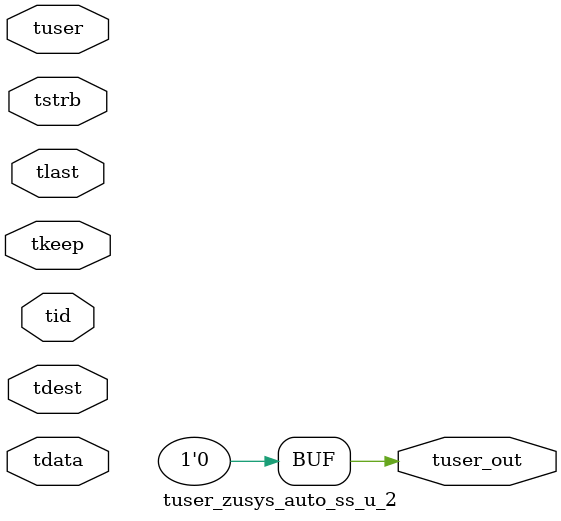
<source format=v>


`timescale 1ps/1ps

module tuser_zusys_auto_ss_u_2 #
(
parameter C_S_AXIS_TUSER_WIDTH = 1,
parameter C_S_AXIS_TDATA_WIDTH = 32,
parameter C_S_AXIS_TID_WIDTH   = 0,
parameter C_S_AXIS_TDEST_WIDTH = 0,
parameter C_M_AXIS_TUSER_WIDTH = 1
)
(
input  [(C_S_AXIS_TUSER_WIDTH == 0 ? 1 : C_S_AXIS_TUSER_WIDTH)-1:0     ] tuser,
input  [(C_S_AXIS_TDATA_WIDTH == 0 ? 1 : C_S_AXIS_TDATA_WIDTH)-1:0     ] tdata,
input  [(C_S_AXIS_TID_WIDTH   == 0 ? 1 : C_S_AXIS_TID_WIDTH)-1:0       ] tid,
input  [(C_S_AXIS_TDEST_WIDTH == 0 ? 1 : C_S_AXIS_TDEST_WIDTH)-1:0     ] tdest,
input  [(C_S_AXIS_TDATA_WIDTH/8)-1:0 ] tkeep,
input  [(C_S_AXIS_TDATA_WIDTH/8)-1:0 ] tstrb,
input                                                                    tlast,
output [C_M_AXIS_TUSER_WIDTH-1:0] tuser_out
);

assign tuser_out = {1'b0};

endmodule


</source>
